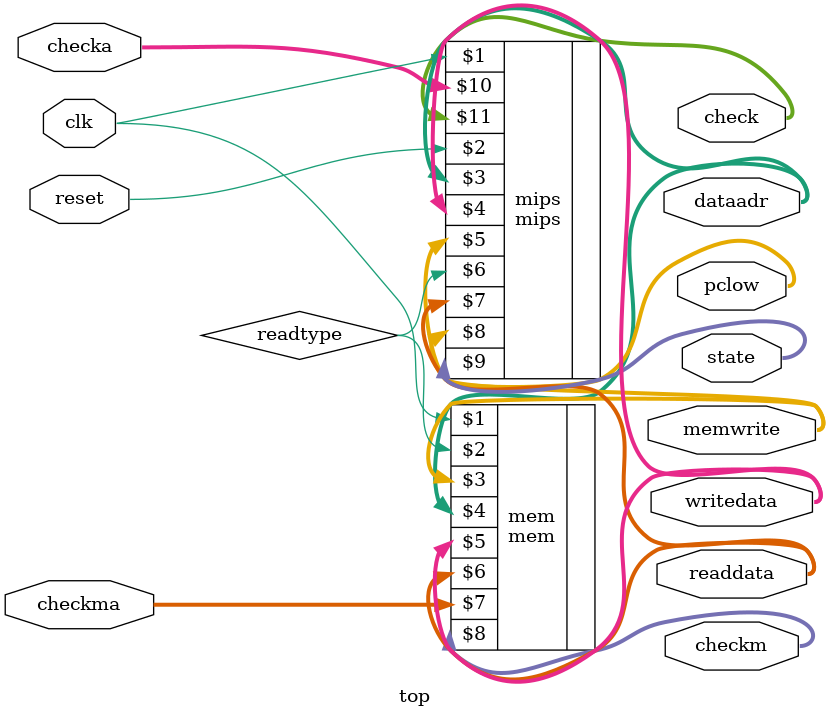
<source format=sv>
`timescale 1ns / 1ps

module top#(parameter N = 64)(
    input   logic       clk, reset,
    output  logic[N-1:0]writedata, dataadr,
    output  logic [1:0] memwrite,
    output  logic[N-1:0]readdata,
    output  logic [7:0] pclow,
    output  logic [4:0] state,
    input   logic [4:0] checka,
    output  logic [N-1:0]check,
    input   logic [7:0] checkma,
    output  logic [31:0]checkm
);
    logic readtype;
    mips mips(clk,reset,dataadr,writedata,memwrite,readtype,readdata,pclow,state,checka,check);
    mem mem(clk,readtype,memwrite,dataadr,writedata,readdata,checkma,checkm);

endmodule
</source>
